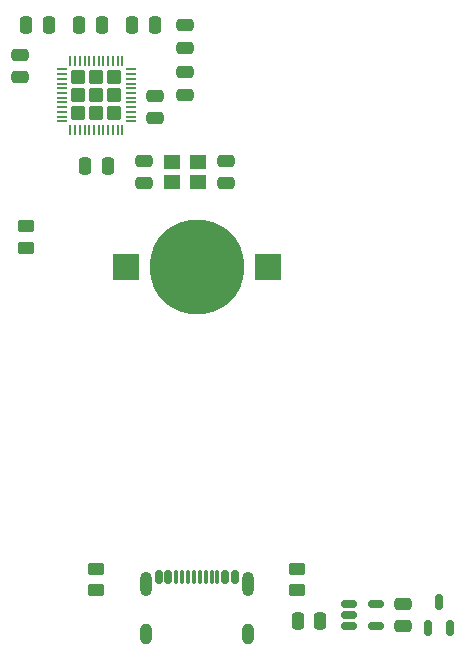
<source format=gbr>
%TF.GenerationSoftware,KiCad,Pcbnew,8.0.5-8.0.5-0~ubuntu24.04.1*%
%TF.CreationDate,2024-10-01T20:34:02+05:00*%
%TF.ProjectId,solartap_mcu_clear_60x60_g400,736f6c61-7274-4617-905f-6d63755f636c,rev?*%
%TF.SameCoordinates,Original*%
%TF.FileFunction,Paste,Top*%
%TF.FilePolarity,Positive*%
%FSLAX46Y46*%
G04 Gerber Fmt 4.6, Leading zero omitted, Abs format (unit mm)*
G04 Created by KiCad (PCBNEW 8.0.5-8.0.5-0~ubuntu24.04.1) date 2024-10-01 20:34:02*
%MOMM*%
%LPD*%
G01*
G04 APERTURE LIST*
G04 Aperture macros list*
%AMRoundRect*
0 Rectangle with rounded corners*
0 $1 Rounding radius*
0 $2 $3 $4 $5 $6 $7 $8 $9 X,Y pos of 4 corners*
0 Add a 4 corners polygon primitive as box body*
4,1,4,$2,$3,$4,$5,$6,$7,$8,$9,$2,$3,0*
0 Add four circle primitives for the rounded corners*
1,1,$1+$1,$2,$3*
1,1,$1+$1,$4,$5*
1,1,$1+$1,$6,$7*
1,1,$1+$1,$8,$9*
0 Add four rect primitives between the rounded corners*
20,1,$1+$1,$2,$3,$4,$5,0*
20,1,$1+$1,$4,$5,$6,$7,0*
20,1,$1+$1,$6,$7,$8,$9,0*
20,1,$1+$1,$8,$9,$2,$3,0*%
G04 Aperture macros list end*
%ADD10RoundRect,0.150000X-0.150000X-0.425000X0.150000X-0.425000X0.150000X0.425000X-0.150000X0.425000X0*%
%ADD11RoundRect,0.075000X-0.075000X-0.500000X0.075000X-0.500000X0.075000X0.500000X-0.075000X0.500000X0*%
%ADD12O,1.000000X2.100000*%
%ADD13O,1.000000X1.800000*%
%ADD14RoundRect,0.250000X0.475000X-0.250000X0.475000X0.250000X-0.475000X0.250000X-0.475000X-0.250000X0*%
%ADD15RoundRect,0.250000X-0.250000X-0.475000X0.250000X-0.475000X0.250000X0.475000X-0.250000X0.475000X0*%
%ADD16R,2.200000X2.200000*%
%ADD17C,8.000000*%
%ADD18RoundRect,0.250000X-0.450000X0.262500X-0.450000X-0.262500X0.450000X-0.262500X0.450000X0.262500X0*%
%ADD19RoundRect,0.250000X0.250000X0.475000X-0.250000X0.475000X-0.250000X-0.475000X0.250000X-0.475000X0*%
%ADD20RoundRect,0.250000X-0.475000X0.250000X-0.475000X-0.250000X0.475000X-0.250000X0.475000X0.250000X0*%
%ADD21RoundRect,0.250000X-0.370000X0.370000X-0.370000X-0.370000X0.370000X-0.370000X0.370000X0.370000X0*%
%ADD22RoundRect,0.050000X-0.050000X0.350000X-0.050000X-0.350000X0.050000X-0.350000X0.050000X0.350000X0*%
%ADD23RoundRect,0.050000X-0.350000X0.050000X-0.350000X-0.050000X0.350000X-0.050000X0.350000X0.050000X0*%
%ADD24R,1.400000X1.200000*%
%ADD25RoundRect,0.250000X0.450000X-0.262500X0.450000X0.262500X-0.450000X0.262500X-0.450000X-0.262500X0*%
%ADD26RoundRect,0.150000X-0.512500X-0.150000X0.512500X-0.150000X0.512500X0.150000X-0.512500X0.150000X0*%
%ADD27RoundRect,0.150000X0.150000X-0.512500X0.150000X0.512500X-0.150000X0.512500X-0.150000X-0.512500X0*%
G04 APERTURE END LIST*
D10*
%TO.C,J1*%
X91800000Y-103820000D03*
X92600000Y-103820000D03*
D11*
X93750000Y-103820000D03*
X94750000Y-103820000D03*
X95250000Y-103820000D03*
X96250000Y-103820000D03*
D10*
X97400000Y-103820000D03*
X98200000Y-103820000D03*
X98200000Y-103820000D03*
X97400000Y-103820000D03*
D11*
X96750000Y-103820000D03*
X95750000Y-103820000D03*
X94250000Y-103820000D03*
X93250000Y-103820000D03*
D10*
X92600000Y-103820000D03*
X91800000Y-103820000D03*
D12*
X90680000Y-104395000D03*
D13*
X90680000Y-108575000D03*
D12*
X99320000Y-104395000D03*
D13*
X99320000Y-108575000D03*
%TD*%
D14*
%TO.C,C5*%
X80000000Y-61450000D03*
X80000000Y-59550000D03*
%TD*%
%TO.C,C4*%
X94000000Y-58950000D03*
X94000000Y-57050000D03*
%TD*%
%TO.C,C3*%
X91500000Y-64950000D03*
X91500000Y-63050000D03*
%TD*%
D15*
%TO.C,C12*%
X103550000Y-107500000D03*
X105450000Y-107500000D03*
%TD*%
D16*
%TO.C,BT1*%
X89000000Y-77500000D03*
X101000000Y-77500000D03*
D17*
X95000000Y-77500000D03*
%TD*%
D18*
%TO.C,R1*%
X80500000Y-74087500D03*
X80500000Y-75912500D03*
%TD*%
D19*
%TO.C,C10*%
X82450000Y-57030000D03*
X80550000Y-57030000D03*
%TD*%
D15*
%TO.C,C8*%
X89550000Y-57000000D03*
X91450000Y-57000000D03*
%TD*%
D20*
%TO.C,C11*%
X112500000Y-106050000D03*
X112500000Y-107950000D03*
%TD*%
D21*
%TO.C,U1*%
X88030000Y-61470000D03*
X86500000Y-61470000D03*
X84970000Y-61470000D03*
X88030000Y-63000000D03*
X86500000Y-63000000D03*
X84970000Y-63000000D03*
X88030000Y-64530000D03*
X86500000Y-64530000D03*
X84970000Y-64530000D03*
D22*
X88700000Y-60050000D03*
X88300000Y-60050000D03*
X87900000Y-60050000D03*
X87500000Y-60050000D03*
X87100000Y-60050000D03*
X86700000Y-60050000D03*
X86300000Y-60050000D03*
X85900000Y-60050000D03*
X85500000Y-60050000D03*
X85100000Y-60050000D03*
X84700000Y-60050000D03*
X84300000Y-60050000D03*
D23*
X83550000Y-60800000D03*
X83550000Y-61200000D03*
X83550000Y-61600000D03*
X83550000Y-62000000D03*
X83550000Y-62400000D03*
X83550000Y-62800000D03*
X83550000Y-63200000D03*
X83550000Y-63600000D03*
X83550000Y-64000000D03*
X83550000Y-64400000D03*
X83550000Y-64800000D03*
X83550000Y-65200000D03*
D22*
X84300000Y-65950000D03*
X84700000Y-65950000D03*
X85100000Y-65950000D03*
X85500000Y-65950000D03*
X85900000Y-65950000D03*
X86300000Y-65950000D03*
X86700000Y-65950000D03*
X87100000Y-65950000D03*
X87500000Y-65950000D03*
X87900000Y-65950000D03*
X88300000Y-65950000D03*
X88700000Y-65950000D03*
D23*
X89450000Y-65200000D03*
X89450000Y-64800000D03*
X89450000Y-64400000D03*
X89450000Y-64000000D03*
X89450000Y-63600000D03*
X89450000Y-63200000D03*
X89450000Y-62800000D03*
X89450000Y-62400000D03*
X89450000Y-62000000D03*
X89450000Y-61600000D03*
X89450000Y-61200000D03*
X89450000Y-60800000D03*
%TD*%
D20*
%TO.C,C6*%
X94000000Y-61050000D03*
X94000000Y-62950000D03*
%TD*%
%TO.C,C2*%
X97500000Y-68550000D03*
X97500000Y-70450000D03*
%TD*%
D19*
%TO.C,C7*%
X87450000Y-69000000D03*
X85550000Y-69000000D03*
%TD*%
D24*
%TO.C,Y1*%
X92900000Y-70350000D03*
X95100000Y-70350000D03*
X95100000Y-68650000D03*
X92900000Y-68650000D03*
%TD*%
D25*
%TO.C,R2*%
X86500000Y-104912500D03*
X86500000Y-103087500D03*
%TD*%
D19*
%TO.C,C9*%
X86950000Y-57000000D03*
X85050000Y-57000000D03*
%TD*%
D26*
%TO.C,U2*%
X107862500Y-106050000D03*
X107862500Y-107000000D03*
X107862500Y-107950000D03*
X110137500Y-107950000D03*
X110137500Y-106050000D03*
%TD*%
D27*
%TO.C,D2*%
X114550000Y-108137500D03*
X116450000Y-108137500D03*
X115500000Y-105862500D03*
%TD*%
D18*
%TO.C,R3*%
X103500000Y-103087500D03*
X103500000Y-104912500D03*
%TD*%
D14*
%TO.C,C1*%
X90500000Y-70450000D03*
X90500000Y-68550000D03*
%TD*%
M02*

</source>
